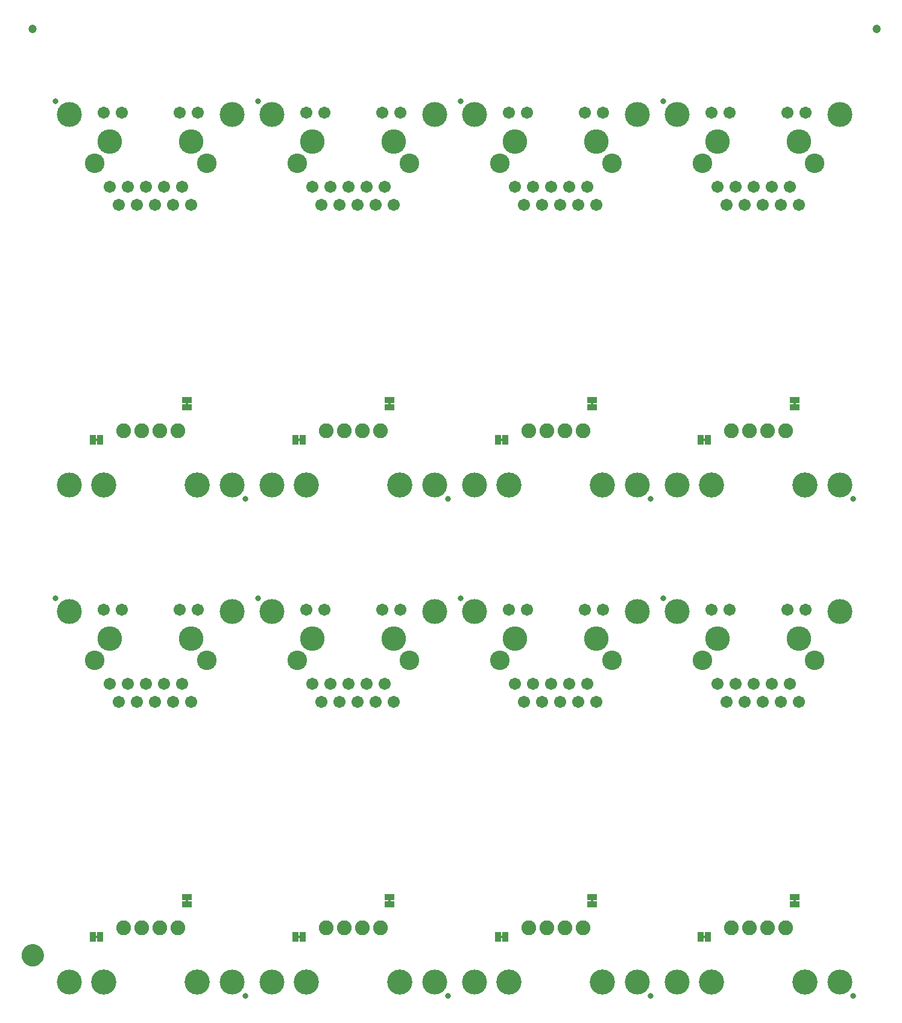
<source format=gbs>
G04 EAGLE Gerber RS-274X export*
G75*
%MOMM*%
%FSLAX34Y34*%
%LPD*%
%INSoldermask Bottom*%
%IPPOS*%
%AMOC8*
5,1,8,0,0,1.08239X$1,22.5*%
G01*
%ADD10C,0.838200*%
%ADD11C,3.453200*%
%ADD12C,2.753200*%
%ADD13C,1.703200*%
%ADD14C,3.530600*%
%ADD15C,2.082800*%
%ADD16C,3.505200*%
%ADD17R,1.473200X0.863600*%
%ADD18R,0.863600X1.473200*%
%ADD19C,1.203200*%
%ADD20C,1.270000*%

G36*
X476315Y835672D02*
X476315Y835672D01*
X476381Y835674D01*
X476424Y835692D01*
X476471Y835700D01*
X476528Y835734D01*
X476588Y835759D01*
X476623Y835790D01*
X476664Y835815D01*
X476706Y835866D01*
X476754Y835910D01*
X476776Y835952D01*
X476805Y835989D01*
X476826Y836051D01*
X476857Y836110D01*
X476865Y836164D01*
X476877Y836201D01*
X476876Y836241D01*
X476884Y836295D01*
X476884Y840105D01*
X476873Y840170D01*
X476871Y840236D01*
X476853Y840279D01*
X476845Y840326D01*
X476811Y840383D01*
X476786Y840443D01*
X476755Y840478D01*
X476730Y840519D01*
X476679Y840561D01*
X476635Y840609D01*
X476593Y840631D01*
X476556Y840660D01*
X476494Y840681D01*
X476435Y840712D01*
X476381Y840720D01*
X476344Y840732D01*
X476304Y840731D01*
X476250Y840739D01*
X473710Y840739D01*
X473645Y840728D01*
X473579Y840726D01*
X473536Y840708D01*
X473489Y840700D01*
X473432Y840666D01*
X473372Y840641D01*
X473337Y840610D01*
X473296Y840585D01*
X473255Y840534D01*
X473206Y840490D01*
X473184Y840448D01*
X473155Y840411D01*
X473134Y840349D01*
X473103Y840290D01*
X473095Y840236D01*
X473083Y840199D01*
X473083Y840195D01*
X473083Y840194D01*
X473084Y840159D01*
X473076Y840105D01*
X473076Y836295D01*
X473087Y836230D01*
X473089Y836164D01*
X473107Y836121D01*
X473115Y836074D01*
X473149Y836017D01*
X473174Y835957D01*
X473205Y835922D01*
X473230Y835881D01*
X473281Y835840D01*
X473325Y835791D01*
X473367Y835769D01*
X473404Y835740D01*
X473466Y835719D01*
X473525Y835688D01*
X473579Y835680D01*
X473616Y835668D01*
X473656Y835669D01*
X473710Y835661D01*
X476250Y835661D01*
X476315Y835672D01*
G37*
G36*
X191835Y835672D02*
X191835Y835672D01*
X191901Y835674D01*
X191944Y835692D01*
X191991Y835700D01*
X192048Y835734D01*
X192108Y835759D01*
X192143Y835790D01*
X192184Y835815D01*
X192226Y835866D01*
X192274Y835910D01*
X192296Y835952D01*
X192325Y835989D01*
X192346Y836051D01*
X192377Y836110D01*
X192385Y836164D01*
X192397Y836201D01*
X192396Y836241D01*
X192404Y836295D01*
X192404Y840105D01*
X192393Y840170D01*
X192391Y840236D01*
X192373Y840279D01*
X192365Y840326D01*
X192331Y840383D01*
X192306Y840443D01*
X192275Y840478D01*
X192250Y840519D01*
X192199Y840561D01*
X192155Y840609D01*
X192113Y840631D01*
X192076Y840660D01*
X192014Y840681D01*
X191955Y840712D01*
X191901Y840720D01*
X191864Y840732D01*
X191824Y840731D01*
X191770Y840739D01*
X189230Y840739D01*
X189165Y840728D01*
X189099Y840726D01*
X189056Y840708D01*
X189009Y840700D01*
X188952Y840666D01*
X188892Y840641D01*
X188857Y840610D01*
X188816Y840585D01*
X188775Y840534D01*
X188726Y840490D01*
X188704Y840448D01*
X188675Y840411D01*
X188654Y840349D01*
X188623Y840290D01*
X188615Y840236D01*
X188603Y840199D01*
X188603Y840195D01*
X188603Y840194D01*
X188604Y840159D01*
X188596Y840105D01*
X188596Y836295D01*
X188607Y836230D01*
X188609Y836164D01*
X188627Y836121D01*
X188635Y836074D01*
X188669Y836017D01*
X188694Y835957D01*
X188725Y835922D01*
X188750Y835881D01*
X188801Y835840D01*
X188845Y835791D01*
X188887Y835769D01*
X188924Y835740D01*
X188986Y835719D01*
X189045Y835688D01*
X189099Y835680D01*
X189136Y835668D01*
X189176Y835669D01*
X189230Y835661D01*
X191770Y835661D01*
X191835Y835672D01*
G37*
G36*
X1045275Y835672D02*
X1045275Y835672D01*
X1045341Y835674D01*
X1045384Y835692D01*
X1045431Y835700D01*
X1045488Y835734D01*
X1045548Y835759D01*
X1045583Y835790D01*
X1045624Y835815D01*
X1045666Y835866D01*
X1045714Y835910D01*
X1045736Y835952D01*
X1045765Y835989D01*
X1045786Y836051D01*
X1045817Y836110D01*
X1045825Y836164D01*
X1045837Y836201D01*
X1045836Y836241D01*
X1045844Y836295D01*
X1045844Y840105D01*
X1045833Y840170D01*
X1045831Y840236D01*
X1045813Y840279D01*
X1045805Y840326D01*
X1045771Y840383D01*
X1045746Y840443D01*
X1045715Y840478D01*
X1045690Y840519D01*
X1045639Y840561D01*
X1045595Y840609D01*
X1045553Y840631D01*
X1045516Y840660D01*
X1045454Y840681D01*
X1045395Y840712D01*
X1045341Y840720D01*
X1045304Y840732D01*
X1045264Y840731D01*
X1045210Y840739D01*
X1042670Y840739D01*
X1042605Y840728D01*
X1042539Y840726D01*
X1042496Y840708D01*
X1042449Y840700D01*
X1042392Y840666D01*
X1042332Y840641D01*
X1042297Y840610D01*
X1042256Y840585D01*
X1042215Y840534D01*
X1042166Y840490D01*
X1042144Y840448D01*
X1042115Y840411D01*
X1042094Y840349D01*
X1042063Y840290D01*
X1042055Y840236D01*
X1042043Y840199D01*
X1042043Y840195D01*
X1042043Y840194D01*
X1042044Y840159D01*
X1042036Y840105D01*
X1042036Y836295D01*
X1042047Y836230D01*
X1042049Y836164D01*
X1042067Y836121D01*
X1042075Y836074D01*
X1042109Y836017D01*
X1042134Y835957D01*
X1042165Y835922D01*
X1042190Y835881D01*
X1042241Y835840D01*
X1042285Y835791D01*
X1042327Y835769D01*
X1042364Y835740D01*
X1042426Y835719D01*
X1042485Y835688D01*
X1042539Y835680D01*
X1042576Y835668D01*
X1042616Y835669D01*
X1042670Y835661D01*
X1045210Y835661D01*
X1045275Y835672D01*
G37*
G36*
X760795Y835672D02*
X760795Y835672D01*
X760861Y835674D01*
X760904Y835692D01*
X760951Y835700D01*
X761008Y835734D01*
X761068Y835759D01*
X761103Y835790D01*
X761144Y835815D01*
X761186Y835866D01*
X761234Y835910D01*
X761256Y835952D01*
X761285Y835989D01*
X761306Y836051D01*
X761337Y836110D01*
X761345Y836164D01*
X761357Y836201D01*
X761356Y836241D01*
X761364Y836295D01*
X761364Y840105D01*
X761353Y840170D01*
X761351Y840236D01*
X761333Y840279D01*
X761325Y840326D01*
X761291Y840383D01*
X761266Y840443D01*
X761235Y840478D01*
X761210Y840519D01*
X761159Y840561D01*
X761115Y840609D01*
X761073Y840631D01*
X761036Y840660D01*
X760974Y840681D01*
X760915Y840712D01*
X760861Y840720D01*
X760824Y840732D01*
X760784Y840731D01*
X760730Y840739D01*
X758190Y840739D01*
X758125Y840728D01*
X758059Y840726D01*
X758016Y840708D01*
X757969Y840700D01*
X757912Y840666D01*
X757852Y840641D01*
X757817Y840610D01*
X757776Y840585D01*
X757735Y840534D01*
X757686Y840490D01*
X757664Y840448D01*
X757635Y840411D01*
X757614Y840349D01*
X757583Y840290D01*
X757575Y840236D01*
X757563Y840199D01*
X757563Y840195D01*
X757563Y840194D01*
X757564Y840159D01*
X757556Y840105D01*
X757556Y836295D01*
X757567Y836230D01*
X757569Y836164D01*
X757587Y836121D01*
X757595Y836074D01*
X757629Y836017D01*
X757654Y835957D01*
X757685Y835922D01*
X757710Y835881D01*
X757761Y835840D01*
X757805Y835791D01*
X757847Y835769D01*
X757884Y835740D01*
X757946Y835719D01*
X758005Y835688D01*
X758059Y835680D01*
X758096Y835668D01*
X758136Y835669D01*
X758190Y835661D01*
X760730Y835661D01*
X760795Y835672D01*
G37*
G36*
X1045275Y137172D02*
X1045275Y137172D01*
X1045341Y137174D01*
X1045384Y137192D01*
X1045431Y137200D01*
X1045488Y137234D01*
X1045548Y137259D01*
X1045583Y137290D01*
X1045624Y137315D01*
X1045666Y137366D01*
X1045714Y137410D01*
X1045736Y137452D01*
X1045765Y137489D01*
X1045786Y137551D01*
X1045817Y137610D01*
X1045825Y137664D01*
X1045837Y137701D01*
X1045836Y137741D01*
X1045844Y137795D01*
X1045844Y141605D01*
X1045833Y141670D01*
X1045831Y141736D01*
X1045813Y141779D01*
X1045805Y141826D01*
X1045771Y141883D01*
X1045746Y141943D01*
X1045715Y141978D01*
X1045690Y142019D01*
X1045639Y142061D01*
X1045595Y142109D01*
X1045553Y142131D01*
X1045516Y142160D01*
X1045454Y142181D01*
X1045395Y142212D01*
X1045341Y142220D01*
X1045304Y142232D01*
X1045264Y142231D01*
X1045210Y142239D01*
X1042670Y142239D01*
X1042605Y142228D01*
X1042539Y142226D01*
X1042496Y142208D01*
X1042449Y142200D01*
X1042392Y142166D01*
X1042332Y142141D01*
X1042297Y142110D01*
X1042256Y142085D01*
X1042215Y142034D01*
X1042166Y141990D01*
X1042144Y141948D01*
X1042115Y141911D01*
X1042094Y141849D01*
X1042063Y141790D01*
X1042055Y141736D01*
X1042043Y141699D01*
X1042043Y141695D01*
X1042043Y141694D01*
X1042044Y141659D01*
X1042036Y141605D01*
X1042036Y137795D01*
X1042047Y137730D01*
X1042049Y137664D01*
X1042067Y137621D01*
X1042075Y137574D01*
X1042109Y137517D01*
X1042134Y137457D01*
X1042165Y137422D01*
X1042190Y137381D01*
X1042241Y137340D01*
X1042285Y137291D01*
X1042327Y137269D01*
X1042364Y137240D01*
X1042426Y137219D01*
X1042485Y137188D01*
X1042539Y137180D01*
X1042576Y137168D01*
X1042616Y137169D01*
X1042670Y137161D01*
X1045210Y137161D01*
X1045275Y137172D01*
G37*
G36*
X760795Y137172D02*
X760795Y137172D01*
X760861Y137174D01*
X760904Y137192D01*
X760951Y137200D01*
X761008Y137234D01*
X761068Y137259D01*
X761103Y137290D01*
X761144Y137315D01*
X761186Y137366D01*
X761234Y137410D01*
X761256Y137452D01*
X761285Y137489D01*
X761306Y137551D01*
X761337Y137610D01*
X761345Y137664D01*
X761357Y137701D01*
X761356Y137741D01*
X761364Y137795D01*
X761364Y141605D01*
X761353Y141670D01*
X761351Y141736D01*
X761333Y141779D01*
X761325Y141826D01*
X761291Y141883D01*
X761266Y141943D01*
X761235Y141978D01*
X761210Y142019D01*
X761159Y142061D01*
X761115Y142109D01*
X761073Y142131D01*
X761036Y142160D01*
X760974Y142181D01*
X760915Y142212D01*
X760861Y142220D01*
X760824Y142232D01*
X760784Y142231D01*
X760730Y142239D01*
X758190Y142239D01*
X758125Y142228D01*
X758059Y142226D01*
X758016Y142208D01*
X757969Y142200D01*
X757912Y142166D01*
X757852Y142141D01*
X757817Y142110D01*
X757776Y142085D01*
X757735Y142034D01*
X757686Y141990D01*
X757664Y141948D01*
X757635Y141911D01*
X757614Y141849D01*
X757583Y141790D01*
X757575Y141736D01*
X757563Y141699D01*
X757563Y141695D01*
X757563Y141694D01*
X757564Y141659D01*
X757556Y141605D01*
X757556Y137795D01*
X757567Y137730D01*
X757569Y137664D01*
X757587Y137621D01*
X757595Y137574D01*
X757629Y137517D01*
X757654Y137457D01*
X757685Y137422D01*
X757710Y137381D01*
X757761Y137340D01*
X757805Y137291D01*
X757847Y137269D01*
X757884Y137240D01*
X757946Y137219D01*
X758005Y137188D01*
X758059Y137180D01*
X758096Y137168D01*
X758136Y137169D01*
X758190Y137161D01*
X760730Y137161D01*
X760795Y137172D01*
G37*
G36*
X476315Y137172D02*
X476315Y137172D01*
X476381Y137174D01*
X476424Y137192D01*
X476471Y137200D01*
X476528Y137234D01*
X476588Y137259D01*
X476623Y137290D01*
X476664Y137315D01*
X476706Y137366D01*
X476754Y137410D01*
X476776Y137452D01*
X476805Y137489D01*
X476826Y137551D01*
X476857Y137610D01*
X476865Y137664D01*
X476877Y137701D01*
X476876Y137741D01*
X476884Y137795D01*
X476884Y141605D01*
X476873Y141670D01*
X476871Y141736D01*
X476853Y141779D01*
X476845Y141826D01*
X476811Y141883D01*
X476786Y141943D01*
X476755Y141978D01*
X476730Y142019D01*
X476679Y142061D01*
X476635Y142109D01*
X476593Y142131D01*
X476556Y142160D01*
X476494Y142181D01*
X476435Y142212D01*
X476381Y142220D01*
X476344Y142232D01*
X476304Y142231D01*
X476250Y142239D01*
X473710Y142239D01*
X473645Y142228D01*
X473579Y142226D01*
X473536Y142208D01*
X473489Y142200D01*
X473432Y142166D01*
X473372Y142141D01*
X473337Y142110D01*
X473296Y142085D01*
X473255Y142034D01*
X473206Y141990D01*
X473184Y141948D01*
X473155Y141911D01*
X473134Y141849D01*
X473103Y141790D01*
X473095Y141736D01*
X473083Y141699D01*
X473083Y141695D01*
X473083Y141694D01*
X473084Y141659D01*
X473076Y141605D01*
X473076Y137795D01*
X473087Y137730D01*
X473089Y137664D01*
X473107Y137621D01*
X473115Y137574D01*
X473149Y137517D01*
X473174Y137457D01*
X473205Y137422D01*
X473230Y137381D01*
X473281Y137340D01*
X473325Y137291D01*
X473367Y137269D01*
X473404Y137240D01*
X473466Y137219D01*
X473525Y137188D01*
X473579Y137180D01*
X473616Y137168D01*
X473656Y137169D01*
X473710Y137161D01*
X476250Y137161D01*
X476315Y137172D01*
G37*
G36*
X191835Y137172D02*
X191835Y137172D01*
X191901Y137174D01*
X191944Y137192D01*
X191991Y137200D01*
X192048Y137234D01*
X192108Y137259D01*
X192143Y137290D01*
X192184Y137315D01*
X192226Y137366D01*
X192274Y137410D01*
X192296Y137452D01*
X192325Y137489D01*
X192346Y137551D01*
X192377Y137610D01*
X192385Y137664D01*
X192397Y137701D01*
X192396Y137741D01*
X192404Y137795D01*
X192404Y141605D01*
X192393Y141670D01*
X192391Y141736D01*
X192373Y141779D01*
X192365Y141826D01*
X192331Y141883D01*
X192306Y141943D01*
X192275Y141978D01*
X192250Y142019D01*
X192199Y142061D01*
X192155Y142109D01*
X192113Y142131D01*
X192076Y142160D01*
X192014Y142181D01*
X191955Y142212D01*
X191901Y142220D01*
X191864Y142232D01*
X191824Y142231D01*
X191770Y142239D01*
X189230Y142239D01*
X189165Y142228D01*
X189099Y142226D01*
X189056Y142208D01*
X189009Y142200D01*
X188952Y142166D01*
X188892Y142141D01*
X188857Y142110D01*
X188816Y142085D01*
X188775Y142034D01*
X188726Y141990D01*
X188704Y141948D01*
X188675Y141911D01*
X188654Y141849D01*
X188623Y141790D01*
X188615Y141736D01*
X188603Y141699D01*
X188603Y141695D01*
X188603Y141694D01*
X188604Y141659D01*
X188596Y141605D01*
X188596Y137795D01*
X188607Y137730D01*
X188609Y137664D01*
X188627Y137621D01*
X188635Y137574D01*
X188669Y137517D01*
X188694Y137457D01*
X188725Y137422D01*
X188750Y137381D01*
X188801Y137340D01*
X188845Y137291D01*
X188887Y137269D01*
X188924Y137240D01*
X188986Y137219D01*
X189045Y137188D01*
X189099Y137180D01*
X189136Y137168D01*
X189176Y137169D01*
X189230Y137161D01*
X191770Y137161D01*
X191835Y137172D01*
G37*
G36*
X918910Y785507D02*
X918910Y785507D01*
X918976Y785509D01*
X919019Y785527D01*
X919066Y785535D01*
X919123Y785569D01*
X919183Y785594D01*
X919218Y785625D01*
X919259Y785650D01*
X919301Y785701D01*
X919349Y785745D01*
X919371Y785787D01*
X919400Y785824D01*
X919421Y785886D01*
X919452Y785945D01*
X919460Y785999D01*
X919472Y786036D01*
X919471Y786076D01*
X919479Y786130D01*
X919479Y788670D01*
X919468Y788735D01*
X919466Y788801D01*
X919448Y788844D01*
X919440Y788891D01*
X919406Y788948D01*
X919381Y789008D01*
X919350Y789043D01*
X919325Y789084D01*
X919274Y789126D01*
X919230Y789174D01*
X919188Y789196D01*
X919151Y789225D01*
X919089Y789246D01*
X919030Y789277D01*
X918976Y789285D01*
X918939Y789297D01*
X918899Y789296D01*
X918845Y789304D01*
X915035Y789304D01*
X914970Y789293D01*
X914904Y789291D01*
X914861Y789273D01*
X914814Y789265D01*
X914757Y789231D01*
X914697Y789206D01*
X914662Y789175D01*
X914621Y789150D01*
X914580Y789099D01*
X914531Y789055D01*
X914509Y789013D01*
X914480Y788976D01*
X914459Y788914D01*
X914428Y788855D01*
X914420Y788801D01*
X914408Y788764D01*
X914408Y788761D01*
X914409Y788724D01*
X914401Y788670D01*
X914401Y786130D01*
X914412Y786065D01*
X914414Y785999D01*
X914432Y785956D01*
X914440Y785909D01*
X914474Y785852D01*
X914499Y785792D01*
X914530Y785757D01*
X914555Y785716D01*
X914606Y785675D01*
X914650Y785626D01*
X914692Y785604D01*
X914729Y785575D01*
X914791Y785554D01*
X914850Y785523D01*
X914904Y785515D01*
X914941Y785503D01*
X914981Y785504D01*
X915035Y785496D01*
X918845Y785496D01*
X918910Y785507D01*
G37*
G36*
X634430Y785507D02*
X634430Y785507D01*
X634496Y785509D01*
X634539Y785527D01*
X634586Y785535D01*
X634643Y785569D01*
X634703Y785594D01*
X634738Y785625D01*
X634779Y785650D01*
X634821Y785701D01*
X634869Y785745D01*
X634891Y785787D01*
X634920Y785824D01*
X634941Y785886D01*
X634972Y785945D01*
X634980Y785999D01*
X634992Y786036D01*
X634991Y786076D01*
X634999Y786130D01*
X634999Y788670D01*
X634988Y788735D01*
X634986Y788801D01*
X634968Y788844D01*
X634960Y788891D01*
X634926Y788948D01*
X634901Y789008D01*
X634870Y789043D01*
X634845Y789084D01*
X634794Y789126D01*
X634750Y789174D01*
X634708Y789196D01*
X634671Y789225D01*
X634609Y789246D01*
X634550Y789277D01*
X634496Y789285D01*
X634459Y789297D01*
X634419Y789296D01*
X634365Y789304D01*
X630555Y789304D01*
X630490Y789293D01*
X630424Y789291D01*
X630381Y789273D01*
X630334Y789265D01*
X630277Y789231D01*
X630217Y789206D01*
X630182Y789175D01*
X630141Y789150D01*
X630100Y789099D01*
X630051Y789055D01*
X630029Y789013D01*
X630000Y788976D01*
X629979Y788914D01*
X629948Y788855D01*
X629940Y788801D01*
X629928Y788764D01*
X629928Y788761D01*
X629929Y788724D01*
X629921Y788670D01*
X629921Y786130D01*
X629932Y786065D01*
X629934Y785999D01*
X629952Y785956D01*
X629960Y785909D01*
X629994Y785852D01*
X630019Y785792D01*
X630050Y785757D01*
X630075Y785716D01*
X630126Y785675D01*
X630170Y785626D01*
X630212Y785604D01*
X630249Y785575D01*
X630311Y785554D01*
X630370Y785523D01*
X630424Y785515D01*
X630461Y785503D01*
X630501Y785504D01*
X630555Y785496D01*
X634365Y785496D01*
X634430Y785507D01*
G37*
G36*
X349950Y785507D02*
X349950Y785507D01*
X350016Y785509D01*
X350059Y785527D01*
X350106Y785535D01*
X350163Y785569D01*
X350223Y785594D01*
X350258Y785625D01*
X350299Y785650D01*
X350341Y785701D01*
X350389Y785745D01*
X350411Y785787D01*
X350440Y785824D01*
X350461Y785886D01*
X350492Y785945D01*
X350500Y785999D01*
X350512Y786036D01*
X350511Y786076D01*
X350519Y786130D01*
X350519Y788670D01*
X350508Y788735D01*
X350506Y788801D01*
X350488Y788844D01*
X350480Y788891D01*
X350446Y788948D01*
X350421Y789008D01*
X350390Y789043D01*
X350365Y789084D01*
X350314Y789126D01*
X350270Y789174D01*
X350228Y789196D01*
X350191Y789225D01*
X350129Y789246D01*
X350070Y789277D01*
X350016Y789285D01*
X349979Y789297D01*
X349939Y789296D01*
X349885Y789304D01*
X346075Y789304D01*
X346010Y789293D01*
X345944Y789291D01*
X345901Y789273D01*
X345854Y789265D01*
X345797Y789231D01*
X345737Y789206D01*
X345702Y789175D01*
X345661Y789150D01*
X345620Y789099D01*
X345571Y789055D01*
X345549Y789013D01*
X345520Y788976D01*
X345499Y788914D01*
X345468Y788855D01*
X345460Y788801D01*
X345448Y788764D01*
X345448Y788761D01*
X345449Y788724D01*
X345441Y788670D01*
X345441Y786130D01*
X345452Y786065D01*
X345454Y785999D01*
X345472Y785956D01*
X345480Y785909D01*
X345514Y785852D01*
X345539Y785792D01*
X345570Y785757D01*
X345595Y785716D01*
X345646Y785675D01*
X345690Y785626D01*
X345732Y785604D01*
X345769Y785575D01*
X345831Y785554D01*
X345890Y785523D01*
X345944Y785515D01*
X345981Y785503D01*
X346021Y785504D01*
X346075Y785496D01*
X349885Y785496D01*
X349950Y785507D01*
G37*
G36*
X65470Y785507D02*
X65470Y785507D01*
X65536Y785509D01*
X65579Y785527D01*
X65626Y785535D01*
X65683Y785569D01*
X65743Y785594D01*
X65778Y785625D01*
X65819Y785650D01*
X65861Y785701D01*
X65909Y785745D01*
X65931Y785787D01*
X65960Y785824D01*
X65981Y785886D01*
X66012Y785945D01*
X66020Y785999D01*
X66032Y786036D01*
X66031Y786076D01*
X66039Y786130D01*
X66039Y788670D01*
X66028Y788735D01*
X66026Y788801D01*
X66008Y788844D01*
X66000Y788891D01*
X65966Y788948D01*
X65941Y789008D01*
X65910Y789043D01*
X65885Y789084D01*
X65834Y789126D01*
X65790Y789174D01*
X65748Y789196D01*
X65711Y789225D01*
X65649Y789246D01*
X65590Y789277D01*
X65536Y789285D01*
X65499Y789297D01*
X65459Y789296D01*
X65405Y789304D01*
X61595Y789304D01*
X61530Y789293D01*
X61464Y789291D01*
X61421Y789273D01*
X61374Y789265D01*
X61317Y789231D01*
X61257Y789206D01*
X61222Y789175D01*
X61181Y789150D01*
X61140Y789099D01*
X61091Y789055D01*
X61069Y789013D01*
X61040Y788976D01*
X61019Y788914D01*
X60988Y788855D01*
X60980Y788801D01*
X60968Y788764D01*
X60968Y788761D01*
X60969Y788724D01*
X60961Y788670D01*
X60961Y786130D01*
X60972Y786065D01*
X60974Y785999D01*
X60992Y785956D01*
X61000Y785909D01*
X61034Y785852D01*
X61059Y785792D01*
X61090Y785757D01*
X61115Y785716D01*
X61166Y785675D01*
X61210Y785626D01*
X61252Y785604D01*
X61289Y785575D01*
X61351Y785554D01*
X61410Y785523D01*
X61464Y785515D01*
X61501Y785503D01*
X61541Y785504D01*
X61595Y785496D01*
X65405Y785496D01*
X65470Y785507D01*
G37*
G36*
X634430Y87007D02*
X634430Y87007D01*
X634496Y87009D01*
X634539Y87027D01*
X634586Y87035D01*
X634643Y87069D01*
X634703Y87094D01*
X634738Y87125D01*
X634779Y87150D01*
X634821Y87201D01*
X634869Y87245D01*
X634891Y87287D01*
X634920Y87324D01*
X634941Y87386D01*
X634972Y87445D01*
X634980Y87499D01*
X634992Y87536D01*
X634991Y87576D01*
X634999Y87630D01*
X634999Y90170D01*
X634988Y90235D01*
X634986Y90301D01*
X634968Y90344D01*
X634960Y90391D01*
X634926Y90448D01*
X634901Y90508D01*
X634870Y90543D01*
X634845Y90584D01*
X634794Y90626D01*
X634750Y90674D01*
X634708Y90696D01*
X634671Y90725D01*
X634609Y90746D01*
X634550Y90777D01*
X634496Y90785D01*
X634459Y90797D01*
X634419Y90796D01*
X634365Y90804D01*
X630555Y90804D01*
X630490Y90793D01*
X630424Y90791D01*
X630381Y90773D01*
X630334Y90765D01*
X630277Y90731D01*
X630217Y90706D01*
X630182Y90675D01*
X630141Y90650D01*
X630100Y90599D01*
X630051Y90555D01*
X630029Y90513D01*
X630000Y90476D01*
X629979Y90414D01*
X629948Y90355D01*
X629940Y90301D01*
X629928Y90264D01*
X629928Y90261D01*
X629929Y90224D01*
X629921Y90170D01*
X629921Y87630D01*
X629932Y87565D01*
X629934Y87499D01*
X629952Y87456D01*
X629960Y87409D01*
X629994Y87352D01*
X630019Y87292D01*
X630050Y87257D01*
X630075Y87216D01*
X630126Y87175D01*
X630170Y87126D01*
X630212Y87104D01*
X630249Y87075D01*
X630311Y87054D01*
X630370Y87023D01*
X630424Y87015D01*
X630461Y87003D01*
X630501Y87004D01*
X630555Y86996D01*
X634365Y86996D01*
X634430Y87007D01*
G37*
G36*
X918910Y87007D02*
X918910Y87007D01*
X918976Y87009D01*
X919019Y87027D01*
X919066Y87035D01*
X919123Y87069D01*
X919183Y87094D01*
X919218Y87125D01*
X919259Y87150D01*
X919301Y87201D01*
X919349Y87245D01*
X919371Y87287D01*
X919400Y87324D01*
X919421Y87386D01*
X919452Y87445D01*
X919460Y87499D01*
X919472Y87536D01*
X919471Y87576D01*
X919479Y87630D01*
X919479Y90170D01*
X919468Y90235D01*
X919466Y90301D01*
X919448Y90344D01*
X919440Y90391D01*
X919406Y90448D01*
X919381Y90508D01*
X919350Y90543D01*
X919325Y90584D01*
X919274Y90626D01*
X919230Y90674D01*
X919188Y90696D01*
X919151Y90725D01*
X919089Y90746D01*
X919030Y90777D01*
X918976Y90785D01*
X918939Y90797D01*
X918899Y90796D01*
X918845Y90804D01*
X915035Y90804D01*
X914970Y90793D01*
X914904Y90791D01*
X914861Y90773D01*
X914814Y90765D01*
X914757Y90731D01*
X914697Y90706D01*
X914662Y90675D01*
X914621Y90650D01*
X914580Y90599D01*
X914531Y90555D01*
X914509Y90513D01*
X914480Y90476D01*
X914459Y90414D01*
X914428Y90355D01*
X914420Y90301D01*
X914408Y90264D01*
X914408Y90261D01*
X914409Y90224D01*
X914401Y90170D01*
X914401Y87630D01*
X914412Y87565D01*
X914414Y87499D01*
X914432Y87456D01*
X914440Y87409D01*
X914474Y87352D01*
X914499Y87292D01*
X914530Y87257D01*
X914555Y87216D01*
X914606Y87175D01*
X914650Y87126D01*
X914692Y87104D01*
X914729Y87075D01*
X914791Y87054D01*
X914850Y87023D01*
X914904Y87015D01*
X914941Y87003D01*
X914981Y87004D01*
X915035Y86996D01*
X918845Y86996D01*
X918910Y87007D01*
G37*
G36*
X349950Y87007D02*
X349950Y87007D01*
X350016Y87009D01*
X350059Y87027D01*
X350106Y87035D01*
X350163Y87069D01*
X350223Y87094D01*
X350258Y87125D01*
X350299Y87150D01*
X350341Y87201D01*
X350389Y87245D01*
X350411Y87287D01*
X350440Y87324D01*
X350461Y87386D01*
X350492Y87445D01*
X350500Y87499D01*
X350512Y87536D01*
X350511Y87576D01*
X350519Y87630D01*
X350519Y90170D01*
X350508Y90235D01*
X350506Y90301D01*
X350488Y90344D01*
X350480Y90391D01*
X350446Y90448D01*
X350421Y90508D01*
X350390Y90543D01*
X350365Y90584D01*
X350314Y90626D01*
X350270Y90674D01*
X350228Y90696D01*
X350191Y90725D01*
X350129Y90746D01*
X350070Y90777D01*
X350016Y90785D01*
X349979Y90797D01*
X349939Y90796D01*
X349885Y90804D01*
X346075Y90804D01*
X346010Y90793D01*
X345944Y90791D01*
X345901Y90773D01*
X345854Y90765D01*
X345797Y90731D01*
X345737Y90706D01*
X345702Y90675D01*
X345661Y90650D01*
X345620Y90599D01*
X345571Y90555D01*
X345549Y90513D01*
X345520Y90476D01*
X345499Y90414D01*
X345468Y90355D01*
X345460Y90301D01*
X345448Y90264D01*
X345448Y90261D01*
X345449Y90224D01*
X345441Y90170D01*
X345441Y87630D01*
X345452Y87565D01*
X345454Y87499D01*
X345472Y87456D01*
X345480Y87409D01*
X345514Y87352D01*
X345539Y87292D01*
X345570Y87257D01*
X345595Y87216D01*
X345646Y87175D01*
X345690Y87126D01*
X345732Y87104D01*
X345769Y87075D01*
X345831Y87054D01*
X345890Y87023D01*
X345944Y87015D01*
X345981Y87003D01*
X346021Y87004D01*
X346075Y86996D01*
X349885Y86996D01*
X349950Y87007D01*
G37*
G36*
X65470Y87007D02*
X65470Y87007D01*
X65536Y87009D01*
X65579Y87027D01*
X65626Y87035D01*
X65683Y87069D01*
X65743Y87094D01*
X65778Y87125D01*
X65819Y87150D01*
X65861Y87201D01*
X65909Y87245D01*
X65931Y87287D01*
X65960Y87324D01*
X65981Y87386D01*
X66012Y87445D01*
X66020Y87499D01*
X66032Y87536D01*
X66031Y87576D01*
X66039Y87630D01*
X66039Y90170D01*
X66028Y90235D01*
X66026Y90301D01*
X66008Y90344D01*
X66000Y90391D01*
X65966Y90448D01*
X65941Y90508D01*
X65910Y90543D01*
X65885Y90584D01*
X65834Y90626D01*
X65790Y90674D01*
X65748Y90696D01*
X65711Y90725D01*
X65649Y90746D01*
X65590Y90777D01*
X65536Y90785D01*
X65499Y90797D01*
X65459Y90796D01*
X65405Y90804D01*
X61595Y90804D01*
X61530Y90793D01*
X61464Y90791D01*
X61421Y90773D01*
X61374Y90765D01*
X61317Y90731D01*
X61257Y90706D01*
X61222Y90675D01*
X61181Y90650D01*
X61140Y90599D01*
X61091Y90555D01*
X61069Y90513D01*
X61040Y90476D01*
X61019Y90414D01*
X60988Y90355D01*
X60980Y90301D01*
X60968Y90264D01*
X60968Y90261D01*
X60969Y90224D01*
X60961Y90170D01*
X60961Y87630D01*
X60972Y87565D01*
X60974Y87499D01*
X60992Y87456D01*
X61000Y87409D01*
X61034Y87352D01*
X61059Y87292D01*
X61090Y87257D01*
X61115Y87216D01*
X61166Y87175D01*
X61210Y87126D01*
X61252Y87104D01*
X61289Y87075D01*
X61351Y87054D01*
X61410Y87023D01*
X61464Y87015D01*
X61501Y87003D01*
X61541Y87004D01*
X61595Y86996D01*
X65405Y86996D01*
X65470Y87007D01*
G37*
D10*
X273050Y6350D03*
X6350Y565150D03*
D11*
X196850Y508000D03*
X82550Y508000D03*
D12*
X218450Y477500D03*
X60950Y477500D03*
D13*
X184150Y444500D03*
X171450Y419100D03*
X158750Y444500D03*
X146050Y419100D03*
X133350Y444500D03*
X120650Y419100D03*
X107950Y444500D03*
X95250Y419100D03*
X196850Y419100D03*
X82550Y444500D03*
X180600Y548600D03*
X98800Y548600D03*
X206000Y548600D03*
X73400Y548600D03*
D14*
X205359Y25400D03*
X74041Y25400D03*
D15*
X177800Y101600D03*
X152400Y101600D03*
X127000Y101600D03*
X101600Y101600D03*
D16*
X25400Y546100D03*
X254000Y546100D03*
X254000Y25400D03*
X25400Y25400D03*
D17*
X190500Y134493D03*
X190500Y144907D03*
D18*
X58293Y88900D03*
X68707Y88900D03*
D10*
X557530Y6350D03*
X290830Y565150D03*
D11*
X481330Y508000D03*
X367030Y508000D03*
D12*
X502930Y477500D03*
X345430Y477500D03*
D13*
X468630Y444500D03*
X455930Y419100D03*
X443230Y444500D03*
X430530Y419100D03*
X417830Y444500D03*
X405130Y419100D03*
X392430Y444500D03*
X379730Y419100D03*
X481330Y419100D03*
X367030Y444500D03*
X465080Y548600D03*
X383280Y548600D03*
X490480Y548600D03*
X357880Y548600D03*
D14*
X489839Y25400D03*
X358521Y25400D03*
D15*
X462280Y101600D03*
X436880Y101600D03*
X411480Y101600D03*
X386080Y101600D03*
D16*
X309880Y546100D03*
X538480Y546100D03*
X538480Y25400D03*
X309880Y25400D03*
D17*
X474980Y134493D03*
X474980Y144907D03*
D18*
X342773Y88900D03*
X353187Y88900D03*
D10*
X842010Y6350D03*
X575310Y565150D03*
D11*
X765810Y508000D03*
X651510Y508000D03*
D12*
X787410Y477500D03*
X629910Y477500D03*
D13*
X753110Y444500D03*
X740410Y419100D03*
X727710Y444500D03*
X715010Y419100D03*
X702310Y444500D03*
X689610Y419100D03*
X676910Y444500D03*
X664210Y419100D03*
X765810Y419100D03*
X651510Y444500D03*
X749560Y548600D03*
X667760Y548600D03*
X774960Y548600D03*
X642360Y548600D03*
D14*
X774319Y25400D03*
X643001Y25400D03*
D15*
X746760Y101600D03*
X721360Y101600D03*
X695960Y101600D03*
X670560Y101600D03*
D16*
X594360Y546100D03*
X822960Y546100D03*
X822960Y25400D03*
X594360Y25400D03*
D17*
X759460Y134493D03*
X759460Y144907D03*
D18*
X627253Y88900D03*
X637667Y88900D03*
D10*
X1126490Y6350D03*
X859790Y565150D03*
D11*
X1050290Y508000D03*
X935990Y508000D03*
D12*
X1071890Y477500D03*
X914390Y477500D03*
D13*
X1037590Y444500D03*
X1024890Y419100D03*
X1012190Y444500D03*
X999490Y419100D03*
X986790Y444500D03*
X974090Y419100D03*
X961390Y444500D03*
X948690Y419100D03*
X1050290Y419100D03*
X935990Y444500D03*
X1034040Y548600D03*
X952240Y548600D03*
X1059440Y548600D03*
X926840Y548600D03*
D14*
X1058799Y25400D03*
X927481Y25400D03*
D15*
X1031240Y101600D03*
X1005840Y101600D03*
X980440Y101600D03*
X955040Y101600D03*
D16*
X878840Y546100D03*
X1107440Y546100D03*
X1107440Y25400D03*
X878840Y25400D03*
D17*
X1043940Y134493D03*
X1043940Y144907D03*
D18*
X911733Y88900D03*
X922147Y88900D03*
D10*
X273050Y704850D03*
X6350Y1263650D03*
D11*
X196850Y1206500D03*
X82550Y1206500D03*
D12*
X218450Y1176000D03*
X60950Y1176000D03*
D13*
X184150Y1143000D03*
X171450Y1117600D03*
X158750Y1143000D03*
X146050Y1117600D03*
X133350Y1143000D03*
X120650Y1117600D03*
X107950Y1143000D03*
X95250Y1117600D03*
X196850Y1117600D03*
X82550Y1143000D03*
X180600Y1247100D03*
X98800Y1247100D03*
X206000Y1247100D03*
X73400Y1247100D03*
D14*
X205359Y723900D03*
X74041Y723900D03*
D15*
X177800Y800100D03*
X152400Y800100D03*
X127000Y800100D03*
X101600Y800100D03*
D16*
X25400Y1244600D03*
X254000Y1244600D03*
X254000Y723900D03*
X25400Y723900D03*
D17*
X190500Y832993D03*
X190500Y843407D03*
D18*
X58293Y787400D03*
X68707Y787400D03*
D10*
X557530Y704850D03*
X290830Y1263650D03*
D11*
X481330Y1206500D03*
X367030Y1206500D03*
D12*
X502930Y1176000D03*
X345430Y1176000D03*
D13*
X468630Y1143000D03*
X455930Y1117600D03*
X443230Y1143000D03*
X430530Y1117600D03*
X417830Y1143000D03*
X405130Y1117600D03*
X392430Y1143000D03*
X379730Y1117600D03*
X481330Y1117600D03*
X367030Y1143000D03*
X465080Y1247100D03*
X383280Y1247100D03*
X490480Y1247100D03*
X357880Y1247100D03*
D14*
X489839Y723900D03*
X358521Y723900D03*
D15*
X462280Y800100D03*
X436880Y800100D03*
X411480Y800100D03*
X386080Y800100D03*
D16*
X309880Y1244600D03*
X538480Y1244600D03*
X538480Y723900D03*
X309880Y723900D03*
D17*
X474980Y832993D03*
X474980Y843407D03*
D18*
X342773Y787400D03*
X353187Y787400D03*
D10*
X842010Y704850D03*
X575310Y1263650D03*
D11*
X765810Y1206500D03*
X651510Y1206500D03*
D12*
X787410Y1176000D03*
X629910Y1176000D03*
D13*
X753110Y1143000D03*
X740410Y1117600D03*
X727710Y1143000D03*
X715010Y1117600D03*
X702310Y1143000D03*
X689610Y1117600D03*
X676910Y1143000D03*
X664210Y1117600D03*
X765810Y1117600D03*
X651510Y1143000D03*
X749560Y1247100D03*
X667760Y1247100D03*
X774960Y1247100D03*
X642360Y1247100D03*
D14*
X774319Y723900D03*
X643001Y723900D03*
D15*
X746760Y800100D03*
X721360Y800100D03*
X695960Y800100D03*
X670560Y800100D03*
D16*
X594360Y1244600D03*
X822960Y1244600D03*
X822960Y723900D03*
X594360Y723900D03*
D17*
X759460Y832993D03*
X759460Y843407D03*
D18*
X627253Y787400D03*
X637667Y787400D03*
D10*
X1126490Y704850D03*
X859790Y1263650D03*
D11*
X1050290Y1206500D03*
X935990Y1206500D03*
D12*
X1071890Y1176000D03*
X914390Y1176000D03*
D13*
X1037590Y1143000D03*
X1024890Y1117600D03*
X1012190Y1143000D03*
X999490Y1117600D03*
X986790Y1143000D03*
X974090Y1117600D03*
X961390Y1143000D03*
X948690Y1117600D03*
X1050290Y1117600D03*
X935990Y1143000D03*
X1034040Y1247100D03*
X952240Y1247100D03*
X1059440Y1247100D03*
X926840Y1247100D03*
D14*
X1058799Y723900D03*
X927481Y723900D03*
D15*
X1031240Y800100D03*
X1005840Y800100D03*
X980440Y800100D03*
X955040Y800100D03*
D16*
X878840Y1244600D03*
X1107440Y1244600D03*
X1107440Y723900D03*
X878840Y723900D03*
D17*
X1043940Y832993D03*
X1043940Y843407D03*
D18*
X911733Y787400D03*
X922147Y787400D03*
D19*
X-26238Y1365250D03*
X1159078Y1365250D03*
D20*
X-35293Y63500D02*
X-35290Y63722D01*
X-35282Y63944D01*
X-35268Y64166D01*
X-35249Y64388D01*
X-35225Y64608D01*
X-35195Y64829D01*
X-35160Y65048D01*
X-35119Y65267D01*
X-35073Y65484D01*
X-35022Y65700D01*
X-34965Y65915D01*
X-34903Y66129D01*
X-34836Y66340D01*
X-34764Y66551D01*
X-34686Y66759D01*
X-34604Y66965D01*
X-34516Y67169D01*
X-34424Y67372D01*
X-34326Y67571D01*
X-34224Y67768D01*
X-34117Y67963D01*
X-34005Y68155D01*
X-33888Y68344D01*
X-33767Y68531D01*
X-33641Y68714D01*
X-33511Y68894D01*
X-33376Y69071D01*
X-33238Y69244D01*
X-33095Y69414D01*
X-32947Y69581D01*
X-32796Y69744D01*
X-32641Y69903D01*
X-32482Y70058D01*
X-32319Y70209D01*
X-32152Y70357D01*
X-31982Y70500D01*
X-31809Y70638D01*
X-31632Y70773D01*
X-31452Y70903D01*
X-31269Y71029D01*
X-31082Y71150D01*
X-30893Y71267D01*
X-30701Y71379D01*
X-30506Y71486D01*
X-30309Y71588D01*
X-30110Y71686D01*
X-29907Y71778D01*
X-29703Y71866D01*
X-29497Y71948D01*
X-29289Y72026D01*
X-29078Y72098D01*
X-28867Y72165D01*
X-28653Y72227D01*
X-28438Y72284D01*
X-28222Y72335D01*
X-28005Y72381D01*
X-27786Y72422D01*
X-27567Y72457D01*
X-27346Y72487D01*
X-27126Y72511D01*
X-26904Y72530D01*
X-26682Y72544D01*
X-26460Y72552D01*
X-26238Y72555D01*
X-26016Y72552D01*
X-25794Y72544D01*
X-25572Y72530D01*
X-25350Y72511D01*
X-25130Y72487D01*
X-24909Y72457D01*
X-24690Y72422D01*
X-24471Y72381D01*
X-24254Y72335D01*
X-24038Y72284D01*
X-23823Y72227D01*
X-23609Y72165D01*
X-23398Y72098D01*
X-23187Y72026D01*
X-22979Y71948D01*
X-22773Y71866D01*
X-22569Y71778D01*
X-22366Y71686D01*
X-22167Y71588D01*
X-21970Y71486D01*
X-21775Y71379D01*
X-21583Y71267D01*
X-21394Y71150D01*
X-21207Y71029D01*
X-21024Y70903D01*
X-20844Y70773D01*
X-20667Y70638D01*
X-20494Y70500D01*
X-20324Y70357D01*
X-20157Y70209D01*
X-19994Y70058D01*
X-19835Y69903D01*
X-19680Y69744D01*
X-19529Y69581D01*
X-19381Y69414D01*
X-19238Y69244D01*
X-19100Y69071D01*
X-18965Y68894D01*
X-18835Y68714D01*
X-18709Y68531D01*
X-18588Y68344D01*
X-18471Y68155D01*
X-18359Y67963D01*
X-18252Y67768D01*
X-18150Y67571D01*
X-18052Y67372D01*
X-17960Y67169D01*
X-17872Y66965D01*
X-17790Y66759D01*
X-17712Y66551D01*
X-17640Y66340D01*
X-17573Y66129D01*
X-17511Y65915D01*
X-17454Y65700D01*
X-17403Y65484D01*
X-17357Y65267D01*
X-17316Y65048D01*
X-17281Y64829D01*
X-17251Y64608D01*
X-17227Y64388D01*
X-17208Y64166D01*
X-17194Y63944D01*
X-17186Y63722D01*
X-17183Y63500D01*
X-17186Y63278D01*
X-17194Y63056D01*
X-17208Y62834D01*
X-17227Y62612D01*
X-17251Y62392D01*
X-17281Y62171D01*
X-17316Y61952D01*
X-17357Y61733D01*
X-17403Y61516D01*
X-17454Y61300D01*
X-17511Y61085D01*
X-17573Y60871D01*
X-17640Y60660D01*
X-17712Y60449D01*
X-17790Y60241D01*
X-17872Y60035D01*
X-17960Y59831D01*
X-18052Y59628D01*
X-18150Y59429D01*
X-18252Y59232D01*
X-18359Y59037D01*
X-18471Y58845D01*
X-18588Y58656D01*
X-18709Y58469D01*
X-18835Y58286D01*
X-18965Y58106D01*
X-19100Y57929D01*
X-19238Y57756D01*
X-19381Y57586D01*
X-19529Y57419D01*
X-19680Y57256D01*
X-19835Y57097D01*
X-19994Y56942D01*
X-20157Y56791D01*
X-20324Y56643D01*
X-20494Y56500D01*
X-20667Y56362D01*
X-20844Y56227D01*
X-21024Y56097D01*
X-21207Y55971D01*
X-21394Y55850D01*
X-21583Y55733D01*
X-21775Y55621D01*
X-21970Y55514D01*
X-22167Y55412D01*
X-22366Y55314D01*
X-22569Y55222D01*
X-22773Y55134D01*
X-22979Y55052D01*
X-23187Y54974D01*
X-23398Y54902D01*
X-23609Y54835D01*
X-23823Y54773D01*
X-24038Y54716D01*
X-24254Y54665D01*
X-24471Y54619D01*
X-24690Y54578D01*
X-24909Y54543D01*
X-25130Y54513D01*
X-25350Y54489D01*
X-25572Y54470D01*
X-25794Y54456D01*
X-26016Y54448D01*
X-26238Y54445D01*
X-26460Y54448D01*
X-26682Y54456D01*
X-26904Y54470D01*
X-27126Y54489D01*
X-27346Y54513D01*
X-27567Y54543D01*
X-27786Y54578D01*
X-28005Y54619D01*
X-28222Y54665D01*
X-28438Y54716D01*
X-28653Y54773D01*
X-28867Y54835D01*
X-29078Y54902D01*
X-29289Y54974D01*
X-29497Y55052D01*
X-29703Y55134D01*
X-29907Y55222D01*
X-30110Y55314D01*
X-30309Y55412D01*
X-30506Y55514D01*
X-30701Y55621D01*
X-30893Y55733D01*
X-31082Y55850D01*
X-31269Y55971D01*
X-31452Y56097D01*
X-31632Y56227D01*
X-31809Y56362D01*
X-31982Y56500D01*
X-32152Y56643D01*
X-32319Y56791D01*
X-32482Y56942D01*
X-32641Y57097D01*
X-32796Y57256D01*
X-32947Y57419D01*
X-33095Y57586D01*
X-33238Y57756D01*
X-33376Y57929D01*
X-33511Y58106D01*
X-33641Y58286D01*
X-33767Y58469D01*
X-33888Y58656D01*
X-34005Y58845D01*
X-34117Y59037D01*
X-34224Y59232D01*
X-34326Y59429D01*
X-34424Y59628D01*
X-34516Y59831D01*
X-34604Y60035D01*
X-34686Y60241D01*
X-34764Y60449D01*
X-34836Y60660D01*
X-34903Y60871D01*
X-34965Y61085D01*
X-35022Y61300D01*
X-35073Y61516D01*
X-35119Y61733D01*
X-35160Y61952D01*
X-35195Y62171D01*
X-35225Y62392D01*
X-35249Y62612D01*
X-35268Y62834D01*
X-35282Y63056D01*
X-35290Y63278D01*
X-35293Y63500D01*
D13*
X-26238Y63500D03*
M02*

</source>
